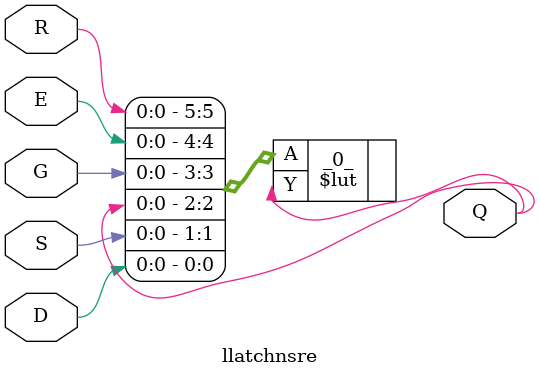
<source format=v>

module llatch(D, G, Q);
  input D;
  input G;
  output Q;
  wire D;
  wire G;
  wire Q;
  \$lut  #(
    .LUT(8'b10101100),
    .WIDTH(32'd3)
  ) _0_ (
    .A({ G, Q, D }),
    .Y(Q)
  );
endmodule

//------------------------------------------------------------------------------
// Negative level-sensitive latch implemented with feed-back loop LUT
//------------------------------------------------------------------------------
//module llatchn(
//    input D,
//    input G,
//    output reg Q
//);
//    always @*
//        if (G == 1'b0)
//            Q <= D;
//endmodule
module llatchn(D, G, Q);
  input D;
  input G;
  output Q;
  wire D;
  wire G;
  wire Q;
  \$lut  #(
    .LUT(8'b10101100),
    .WIDTH(32'd3)
  ) _0_ (
    .A({ G, D, Q }),
    .Y(Q)
  );
endmodule


//------------------------------------------------------------------------------
// Positive level-sensitive latch with active-high asyncronous reset
// implemented with feed-back loop LUT
//------------------------------------------------------------------------------
//module llatchr(
//    input D,
//    input G,
//    input R,
//    output reg Q
//);
//    always @*
//        if (R == 1'b1)
//            Q <= 1'b0;
//        else if (G == 1'b1)
//            Q <= D;
//endmodule
module llatchr(D, G, R, Q);
  input D;
  input G;
  output Q;
  input R;
  wire D;
  wire G;
  wire Q;
  wire R;
  \$lut  #(
    .LUT(16'b0000101000001100),
    .WIDTH(32'd4)
  ) _0_ (
    .A({ G, R, Q, D }),
    .Y(Q)
  );
endmodule

//------------------------------------------------------------------------------
// Positive level-sensitive latch with active-high asyncronous set
// implemented with feed-back loop LUT
//------------------------------------------------------------------------------
//module llatchs(
//    input D,
//    input G,
//    input R,
//    output reg Q
//);
//    always @*
//        if (R == 1'b1)
//            Q <= 1'b1;
//        else if (G == 1'b1)
//            Q <= D;
//endmodule
module llatchs(D, G, R, Q);
  input D;
  input G;
  output Q;
  input R;
  wire D;
  wire G;
  wire Q;
  wire R;
  \$lut  #(
    .LUT(16'b1111101011111100),
    .WIDTH(32'd4)
  ) _0_ (
    .A({ G, R, Q, D }),
    .Y(Q)
  );
endmodule


//------------------------------------------------------------------------------
// Negative level-sensitive latch with active-high asyncronous reset
// implemented with feed-back loop LUT
//------------------------------------------------------------------------------
//module llatchnr(
//    input D,
//    input G,
//    input R,
//    output reg Q
//);
//    always @*
//        if (R == 1'b1)
//            Q <= 1'b0;
//        else if (G == 1'b0)
//            Q <= D;
//endmodule
module llatchnr(D, G, R, Q);
  input D;
  input G;
  output Q;
  input R;
  wire D;
  wire G;
  wire Q;
  wire R;
  \$lut  #(
    .LUT(16'b0000101000001100),
    .WIDTH(32'd4)
  ) _0_ (
    .A({ G, R, D, Q }),
    .Y(Q)
  );
endmodule

//------------------------------------------------------------------------------
// Negative level-sensitive latch with active-high asyncronous set
// implemented with feed-back loop LUT
//------------------------------------------------------------------------------
//module llatchns(
//    input D,
//    input G,
//    input R,
//    output reg Q
//);
//    always @*
//        if (R == 1'b1)
//            Q <= 1'b1;
//        else if (G == 1'b0)
//            Q <= D;
//endmodule
module llatchns(D, G, R, Q);
  input D;
  input G;
  output Q;
  input R;
  wire D;
  wire G;
  wire Q;
  wire R;
  \$lut  #(
    .LUT(16'b1111101011111100),
    .WIDTH(32'd4)
  ) _0_ (
    .A({ G, R, D, Q }),
    .Y(Q)
  );
endmodule


//------------------------------------------------------------------------------
// general positive level-sensitive latch with reset, set and enable
// implemented with feed-back loop LUT
//------------------------------------------------------------------------------
//module llatchsre (
//    output reg Q,
//    input S,
//    input R,
//    input D,
//    input G,
//    input E
//);
//    always @*
//        if (!R)
//            Q <= 1'b0;
//        else if (!S)
//            Q <= 1'b1;
//        else if (E && G)
//            Q <= D;
//endmodule
module llatchsre(Q, S, R, D, G, E);
  input D;
  input E;
  input G;
  output Q;
  input R;
  input S;
  wire D;
  wire E;
  wire G;
  wire Q;
  wire R;
  wire S;
  \$lut  #(
    .LUT(64'b1011101111110011111100111111001100000000000000000000000000000000),
    .WIDTH(32'd6)
  ) _0_ (
    .A({ R, G, E, Q, S, D }),
    .Y(Q)
  );
endmodule

//------------------------------------------------------------------------------
// general negative level-sensitive latch with reset, set and enable
// implemented with feed-back loop LUT
//------------------------------------------------------------------------------
//module llatchnsre (
//    output reg Q,
//    input S,
//    input R,
//    input D,
//    input G,
//    input E
//);
//    always @*
//        if (!R)
//            Q <= 1'b0;
//        else if (!S)
//            Q <= 1'b1;
//        else if (E && !G)
//            Q <= D;
//endmodule
module llatchnsre(Q, S, R, D, G, E);
  input D;
  input E;
  input G;
  output Q;
  input R;
  input S;
  wire D;
  wire E;
  wire G;
  wire Q;
  wire R;
  wire S;
  \$lut  #(
    .LUT(64'b1111001110111011111100111111001100000000000000000000000000000000),
    .WIDTH(32'd6)
  ) _0_ (
    .A({ R, E, G, Q, S, D }),
    .Y(Q)
  );
endmodule


</source>
